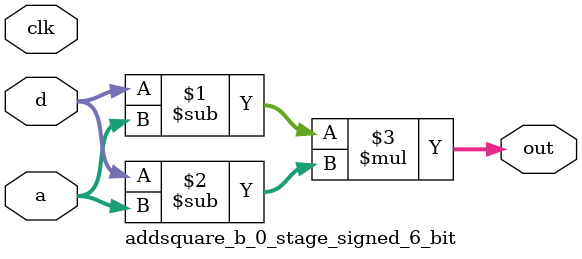
<source format=sv>
(* use_dsp = "yes" *) module addsquare_b_0_stage_signed_6_bit(
	input signed [5:0] a,
	input signed [5:0] d,
	output [5:0] out,
	input clk);

	assign out = (d - a) * (d - a);
endmodule

</source>
